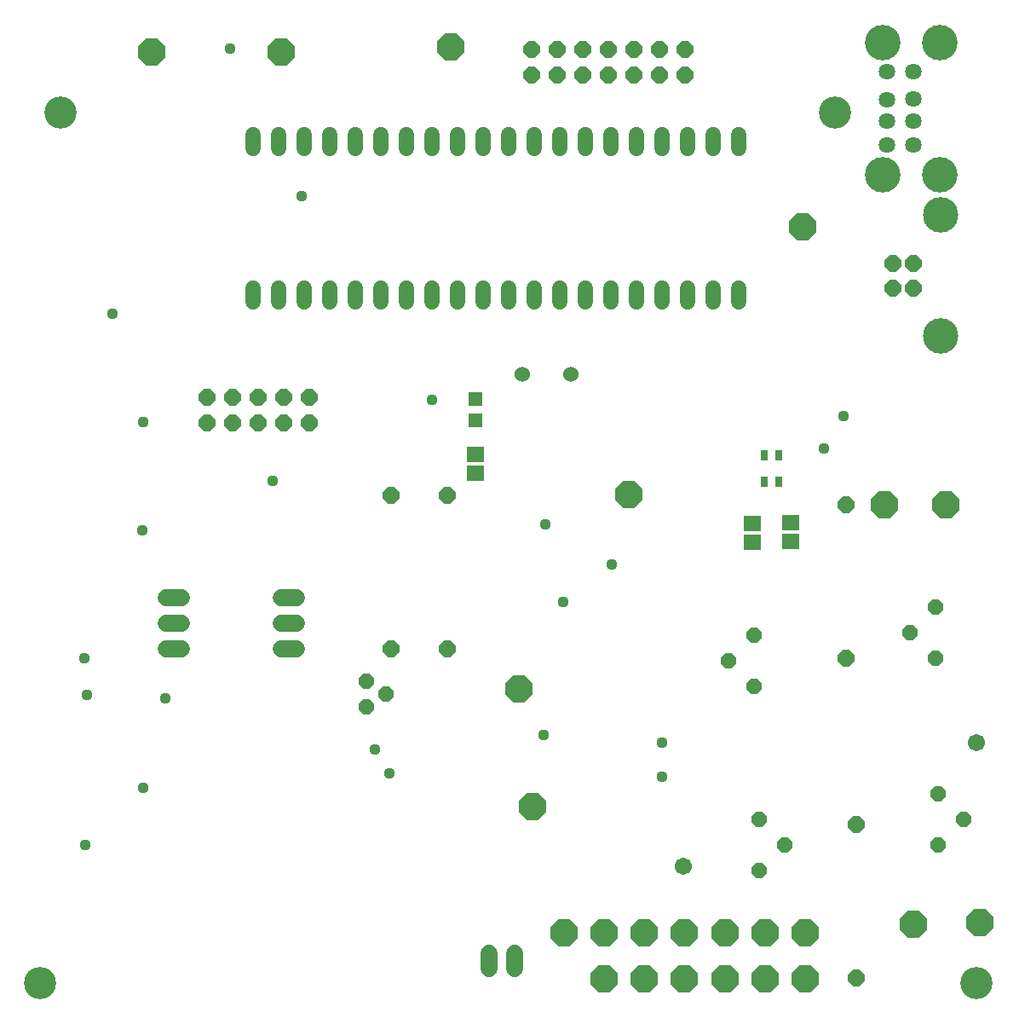
<source format=gbr>
G04 EAGLE Gerber RS-274X export*
G75*
%MOMM*%
%FSLAX34Y34*%
%LPD*%
%INSoldermask Top*%
%IPPOS*%
%AMOC8*
5,1,8,0,0,1.08239X$1,22.5*%
G01*
%ADD10C,3.203200*%
%ADD11C,1.524000*%
%ADD12P,2.969212X8X22.500000*%
%ADD13P,1.649562X8X202.500000*%
%ADD14P,1.649562X8X22.500000*%
%ADD15C,1.727200*%
%ADD16P,1.759533X8X112.500000*%
%ADD17P,1.759533X8X292.500000*%
%ADD18P,1.649562X8X292.500000*%
%ADD19P,1.759533X8X22.500000*%
%ADD20C,1.524000*%
%ADD21C,3.530600*%
%ADD22C,1.631200*%
%ADD23P,1.759533X8X202.500000*%
%ADD24R,0.800000X1.100000*%
%ADD25R,1.703200X1.503200*%
%ADD26C,1.711200*%
%ADD27R,1.403200X1.403200*%
%ADD28P,1.798066X8X112.500000*%
%ADD29C,3.519200*%
%ADD30C,1.703200*%
%ADD31C,1.109600*%


D10*
X1120000Y900000D03*
X350000Y900000D03*
X330000Y35000D03*
X1260000Y35000D03*
D11*
X541020Y712216D02*
X541020Y725424D01*
X566420Y725424D02*
X566420Y712216D01*
X591820Y712216D02*
X591820Y725424D01*
X617220Y725424D02*
X617220Y712216D01*
X642620Y712216D02*
X642620Y725424D01*
X668020Y725424D02*
X668020Y712216D01*
X693420Y712216D02*
X693420Y725424D01*
X718820Y725424D02*
X718820Y712216D01*
X744220Y712216D02*
X744220Y725424D01*
X769620Y725424D02*
X769620Y712216D01*
X795020Y712216D02*
X795020Y725424D01*
X820420Y725424D02*
X820420Y712216D01*
X845820Y712216D02*
X845820Y725424D01*
X871220Y725424D02*
X871220Y712216D01*
X896620Y712216D02*
X896620Y725424D01*
X922020Y725424D02*
X922020Y712216D01*
X947420Y712216D02*
X947420Y725424D01*
X972820Y725424D02*
X972820Y712216D01*
X998220Y712216D02*
X998220Y725424D01*
X1023620Y725424D02*
X1023620Y712216D01*
X1023620Y864616D02*
X1023620Y877824D01*
X998220Y877824D02*
X998220Y864616D01*
X972820Y864616D02*
X972820Y877824D01*
X947420Y877824D02*
X947420Y864616D01*
X922020Y864616D02*
X922020Y877824D01*
X896620Y877824D02*
X896620Y864616D01*
X871220Y864616D02*
X871220Y877824D01*
X845820Y877824D02*
X845820Y864616D01*
X820420Y864616D02*
X820420Y877824D01*
X795020Y877824D02*
X795020Y864616D01*
X769620Y864616D02*
X769620Y877824D01*
X744220Y877824D02*
X744220Y864616D01*
X718820Y864616D02*
X718820Y877824D01*
X693420Y877824D02*
X693420Y864616D01*
X668020Y864616D02*
X668020Y877824D01*
X642620Y877824D02*
X642620Y864616D01*
X617220Y864616D02*
X617220Y877824D01*
X591820Y877824D02*
X591820Y864616D01*
X566420Y864616D02*
X566420Y877824D01*
X541020Y877824D02*
X541020Y864616D01*
D12*
X1010000Y85000D03*
X1090000Y85000D03*
X1050000Y85000D03*
X930000Y85000D03*
D13*
X1219200Y408940D03*
X1193800Y383540D03*
X1219200Y358140D03*
X1038860Y381000D03*
X1013460Y355600D03*
X1038860Y330200D03*
D14*
X1043940Y147320D03*
X1069340Y172720D03*
X1043940Y198120D03*
X1221740Y172720D03*
X1247140Y198120D03*
X1221740Y223520D03*
D15*
X469900Y367030D02*
X454660Y367030D01*
X454660Y392430D02*
X469900Y392430D01*
X469900Y417830D02*
X454660Y417830D01*
X568960Y367030D02*
X584200Y367030D01*
X584200Y392430D02*
X568960Y392430D01*
X568960Y417830D02*
X584200Y417830D01*
D16*
X678180Y367030D03*
X678180Y519430D03*
D17*
X734060Y519430D03*
X734060Y367030D03*
D18*
X654050Y335280D03*
X673100Y322580D03*
X654050Y309880D03*
D12*
X970000Y85000D03*
D19*
X495300Y591820D03*
X495300Y617220D03*
X520700Y591820D03*
X520700Y617220D03*
X546100Y591820D03*
X546100Y617220D03*
X571500Y591820D03*
X571500Y617220D03*
X596900Y591820D03*
X596900Y617220D03*
D12*
X914400Y520700D03*
D20*
X857250Y640080D03*
X808990Y640080D03*
D16*
X1130300Y358140D03*
X1130300Y510540D03*
D17*
X1140460Y193040D03*
X1140460Y40640D03*
D21*
X1167130Y837946D03*
X1224026Y838200D03*
X1167130Y969518D03*
X1224026Y969264D03*
D22*
X1197102Y891794D03*
X1197102Y913130D03*
X1170940Y891794D03*
X1170940Y912876D03*
X1197102Y940308D03*
X1197102Y867410D03*
X1170940Y940308D03*
X1170940Y867410D03*
D12*
X1168400Y510540D03*
X1197610Y93980D03*
X1229360Y510540D03*
X1263650Y95250D03*
X805180Y327660D03*
X819150Y210820D03*
D23*
X970280Y962660D03*
X970280Y937260D03*
X944880Y962660D03*
X944880Y937260D03*
X919480Y962660D03*
X919480Y937260D03*
X894080Y962660D03*
X894080Y937260D03*
X868680Y962660D03*
X868680Y937260D03*
X843280Y962660D03*
X843280Y937260D03*
X817880Y962660D03*
X817880Y937260D03*
D12*
X1090000Y40000D03*
X1010000Y40000D03*
X970000Y40000D03*
X1050000Y40000D03*
X930000Y40000D03*
X890000Y85000D03*
X890000Y40000D03*
X850000Y85000D03*
X1087120Y786130D03*
D24*
X1064140Y533100D03*
X1049140Y533100D03*
X1049140Y559100D03*
X1064140Y559100D03*
D25*
X1037590Y492100D03*
X1037590Y473100D03*
X1075690Y492608D03*
X1075690Y473608D03*
D26*
X775970Y64690D02*
X775970Y49610D01*
X801370Y49610D02*
X801370Y64690D01*
D25*
X762000Y560680D03*
X762000Y541680D03*
D27*
X762000Y615020D03*
X762000Y594020D03*
D12*
X568960Y960120D03*
X737870Y965200D03*
X440690Y960120D03*
D28*
X1177180Y750370D03*
X1177180Y725370D03*
X1197180Y725370D03*
X1197180Y750370D03*
D29*
X1224280Y677670D03*
X1224280Y798070D03*
D30*
X1260348Y274574D03*
D31*
X401320Y699770D03*
X830326Y281432D03*
X947420Y240030D03*
X947420Y274574D03*
X454152Y318008D03*
X431800Y229108D03*
X518414Y963422D03*
X431038Y484632D03*
D30*
X969010Y151130D03*
D31*
X662686Y267208D03*
X849122Y414020D03*
X432054Y592582D03*
X832104Y490982D03*
X375920Y321310D03*
X374650Y172720D03*
X373380Y358394D03*
X560832Y533908D03*
X719074Y614172D03*
X898144Y450850D03*
X589788Y817118D03*
X676656Y243586D03*
X1127760Y598170D03*
X1108710Y566420D03*
M02*

</source>
